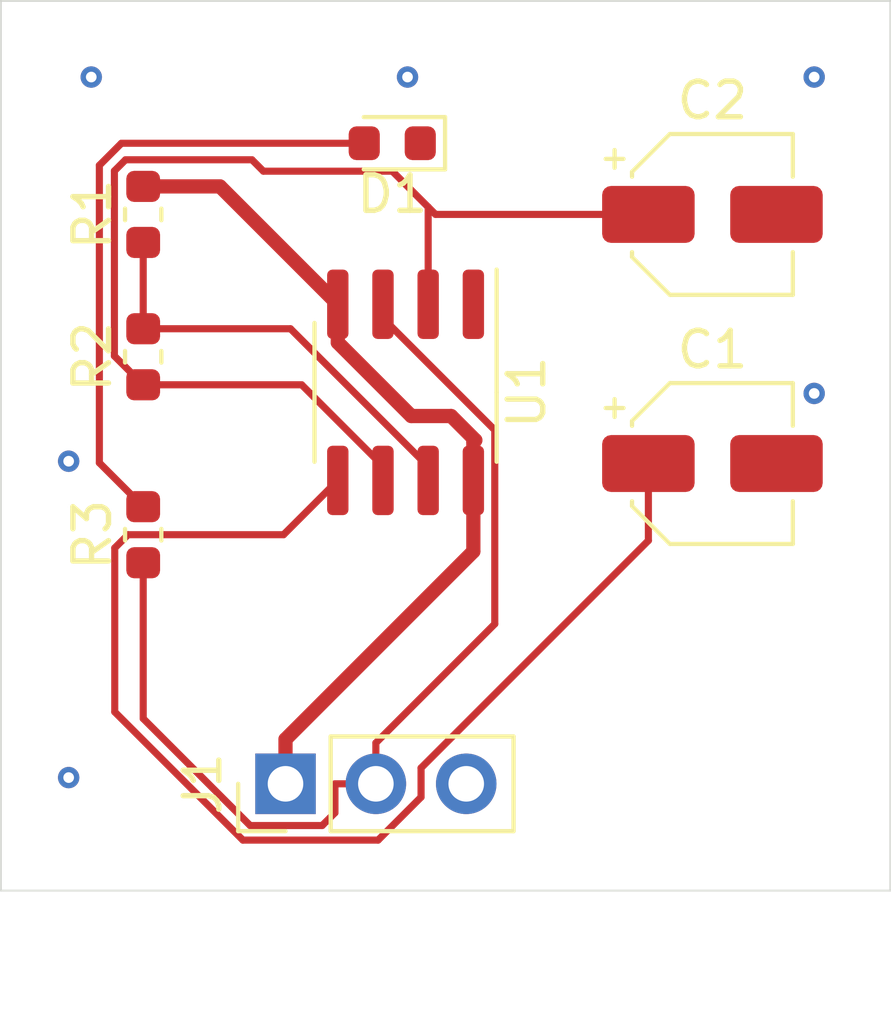
<source format=kicad_pcb>
(kicad_pcb (version 20171130) (host pcbnew "(5.1.2)-1")

  (general
    (thickness 1.6)
    (drawings 4)
    (tracks 62)
    (zones 0)
    (modules 9)
    (nets 8)
  )

  (page A4)
  (title_block
    (title Ltika)
    (rev 2)
    (company HamamatsuKougyou)
    (comment 1 Re:Make)
  )

  (layers
    (0 F.Cu signal)
    (31 B.Cu signal)
    (32 B.Adhes user)
    (33 F.Adhes user)
    (34 B.Paste user)
    (35 F.Paste user)
    (36 B.SilkS user)
    (37 F.SilkS user)
    (38 B.Mask user)
    (39 F.Mask user)
    (40 Dwgs.User user)
    (41 Cmts.User user)
    (42 Eco1.User user)
    (43 Eco2.User user)
    (44 Edge.Cuts user)
    (45 Margin user)
    (46 B.CrtYd user)
    (47 F.CrtYd user)
    (48 B.Fab user)
    (49 F.Fab user)
  )

  (setup
    (last_trace_width 0.2)
    (user_trace_width 0.2)
    (user_trace_width 0.4)
    (user_trace_width 0.6)
    (user_trace_width 0.8)
    (user_trace_width 1)
    (user_trace_width 1.2)
    (user_trace_width 1.6)
    (user_trace_width 2)
    (trace_clearance 0.2)
    (zone_clearance 0.508)
    (zone_45_only no)
    (trace_min 0.1524)
    (via_size 0.6)
    (via_drill 0.3)
    (via_min_size 0.5)
    (via_min_drill 0.2)
    (user_via 0.9 0.5)
    (user_via 1.2 0.8)
    (user_via 1.4 0.9)
    (user_via 1.5 1)
    (uvia_size 0.3)
    (uvia_drill 0.1)
    (uvias_allowed no)
    (uvia_min_size 0.2)
    (uvia_min_drill 0.1)
    (edge_width 0.05)
    (segment_width 0.2)
    (pcb_text_width 0.3)
    (pcb_text_size 1.5 1.5)
    (mod_edge_width 0.12)
    (mod_text_size 1 1)
    (mod_text_width 0.15)
    (pad_size 1.524 1.524)
    (pad_drill 0.762)
    (pad_to_mask_clearance 0.051)
    (solder_mask_min_width 0.25)
    (aux_axis_origin 66.04 160.655)
    (grid_origin 66.04 160.655)
    (visible_elements 7FFFFFFF)
    (pcbplotparams
      (layerselection 0x010fc_ffffffff)
      (usegerberextensions false)
      (usegerberattributes false)
      (usegerberadvancedattributes false)
      (creategerberjobfile false)
      (excludeedgelayer true)
      (linewidth 0.100000)
      (plotframeref false)
      (viasonmask false)
      (mode 1)
      (useauxorigin false)
      (hpglpennumber 1)
      (hpglpenspeed 20)
      (hpglpendiameter 15.000000)
      (psnegative false)
      (psa4output false)
      (plotreference true)
      (plotvalue true)
      (plotinvisibletext false)
      (padsonsilk false)
      (subtractmaskfromsilk false)
      (outputformat 1)
      (mirror false)
      (drillshape 1)
      (scaleselection 1)
      (outputdirectory ""))
  )

  (net 0 "")
  (net 1 "Net-(C1-Pad1)")
  (net 2 GND)
  (net 3 "Net-(C2-Pad1)")
  (net 4 "Net-(D1-Pad2)")
  (net 5 VCC)
  (net 6 /OUT)
  (net 7 "Net-(R1-Pad1)")

  (net_class Default "これはデフォルトのネット クラスです。"
    (clearance 0.2)
    (trace_width 0.2)
    (via_dia 0.6)
    (via_drill 0.3)
    (uvia_dia 0.3)
    (uvia_drill 0.1)
    (add_net /OUT)
    (add_net GND)
    (add_net "Net-(C1-Pad1)")
    (add_net "Net-(C2-Pad1)")
    (add_net "Net-(D1-Pad2)")
    (add_net "Net-(R1-Pad1)")
    (add_net VCC)
  )

  (module MountingHole:MountingHole_3.2mm_M3 locked (layer F.Cu) (tedit 56D1B4CB) (tstamp 60CB1991)
    (at 87.04 156.655)
    (descr "Mounting Hole 3.2mm, no annular, M3")
    (tags "mounting hole 3.2mm no annular m3")
    (attr virtual)
    (fp_text reference MH1 (at 0 -4.2) (layer F.SilkS) hide
      (effects (font (size 1 1) (thickness 0.15)))
    )
    (fp_text value MountingHole_3.2mm_M3 (at 0 4.2) (layer F.Fab) hide
      (effects (font (size 1 1) (thickness 0.15)))
    )
    (fp_circle (center 0 0) (end 3.45 0) (layer F.CrtYd) (width 0.05))
    (fp_circle (center 0 0) (end 3.2 0) (layer Cmts.User) (width 0.15))
    (fp_text user %R (at 0.3 0) (layer F.Fab) hide
      (effects (font (size 1 1) (thickness 0.15)))
    )
    (pad 1 np_thru_hole circle (at 0 0) (size 3.2 3.2) (drill 3.2) (layers *.Cu *.Mask))
  )

  (module Capacitor_SMD:CP_Elec_4x3 (layer F.Cu) (tedit 5BCA39CF) (tstamp 60CB1B5D)
    (at 86.04 148.655)
    (descr "SMD capacitor, aluminum electrolytic, Nichicon, 4.0x3mm")
    (tags "capacitor electrolytic")
    (path /60CAB532)
    (attr smd)
    (fp_text reference C1 (at 0 -3.2) (layer F.SilkS)
      (effects (font (size 1 1) (thickness 0.15)))
    )
    (fp_text value 0.1v (at 0 3.2) (layer F.Fab)
      (effects (font (size 1 1) (thickness 0.15)))
    )
    (fp_circle (center 0 0) (end 2 0) (layer F.Fab) (width 0.1))
    (fp_line (start 2.15 -2.15) (end 2.15 2.15) (layer F.Fab) (width 0.1))
    (fp_line (start -1.15 -2.15) (end 2.15 -2.15) (layer F.Fab) (width 0.1))
    (fp_line (start -1.15 2.15) (end 2.15 2.15) (layer F.Fab) (width 0.1))
    (fp_line (start -2.15 -1.15) (end -2.15 1.15) (layer F.Fab) (width 0.1))
    (fp_line (start -2.15 -1.15) (end -1.15 -2.15) (layer F.Fab) (width 0.1))
    (fp_line (start -2.15 1.15) (end -1.15 2.15) (layer F.Fab) (width 0.1))
    (fp_line (start -1.574773 -1) (end -1.174773 -1) (layer F.Fab) (width 0.1))
    (fp_line (start -1.374773 -1.2) (end -1.374773 -0.8) (layer F.Fab) (width 0.1))
    (fp_line (start 2.26 2.26) (end 2.26 1.06) (layer F.SilkS) (width 0.12))
    (fp_line (start 2.26 -2.26) (end 2.26 -1.06) (layer F.SilkS) (width 0.12))
    (fp_line (start -1.195563 -2.26) (end 2.26 -2.26) (layer F.SilkS) (width 0.12))
    (fp_line (start -1.195563 2.26) (end 2.26 2.26) (layer F.SilkS) (width 0.12))
    (fp_line (start -2.26 1.195563) (end -2.26 1.06) (layer F.SilkS) (width 0.12))
    (fp_line (start -2.26 -1.195563) (end -2.26 -1.06) (layer F.SilkS) (width 0.12))
    (fp_line (start -2.26 -1.195563) (end -1.195563 -2.26) (layer F.SilkS) (width 0.12))
    (fp_line (start -2.26 1.195563) (end -1.195563 2.26) (layer F.SilkS) (width 0.12))
    (fp_line (start -3 -1.56) (end -2.5 -1.56) (layer F.SilkS) (width 0.12))
    (fp_line (start -2.75 -1.81) (end -2.75 -1.31) (layer F.SilkS) (width 0.12))
    (fp_line (start 2.4 -2.4) (end 2.4 -1.05) (layer F.CrtYd) (width 0.05))
    (fp_line (start 2.4 -1.05) (end 3.35 -1.05) (layer F.CrtYd) (width 0.05))
    (fp_line (start 3.35 -1.05) (end 3.35 1.05) (layer F.CrtYd) (width 0.05))
    (fp_line (start 3.35 1.05) (end 2.4 1.05) (layer F.CrtYd) (width 0.05))
    (fp_line (start 2.4 1.05) (end 2.4 2.4) (layer F.CrtYd) (width 0.05))
    (fp_line (start -1.25 2.4) (end 2.4 2.4) (layer F.CrtYd) (width 0.05))
    (fp_line (start -1.25 -2.4) (end 2.4 -2.4) (layer F.CrtYd) (width 0.05))
    (fp_line (start -2.4 1.25) (end -1.25 2.4) (layer F.CrtYd) (width 0.05))
    (fp_line (start -2.4 -1.25) (end -1.25 -2.4) (layer F.CrtYd) (width 0.05))
    (fp_line (start -2.4 -1.25) (end -2.4 -1.05) (layer F.CrtYd) (width 0.05))
    (fp_line (start -2.4 1.05) (end -2.4 1.25) (layer F.CrtYd) (width 0.05))
    (fp_line (start -2.4 -1.05) (end -3.35 -1.05) (layer F.CrtYd) (width 0.05))
    (fp_line (start -3.35 -1.05) (end -3.35 1.05) (layer F.CrtYd) (width 0.05))
    (fp_line (start -3.35 1.05) (end -2.4 1.05) (layer F.CrtYd) (width 0.05))
    (fp_text user %R (at 0 0) (layer F.Fab)
      (effects (font (size 0.8 0.8) (thickness 0.12)))
    )
    (pad 1 smd roundrect (at -1.8 0) (size 2.6 1.6) (layers F.Cu F.Paste F.Mask) (roundrect_rratio 0.15625)
      (net 1 "Net-(C1-Pad1)"))
    (pad 2 smd roundrect (at 1.8 0) (size 2.6 1.6) (layers F.Cu F.Paste F.Mask) (roundrect_rratio 0.15625)
      (net 2 GND))
    (model ${KISYS3DMOD}/Capacitor_SMD.3dshapes/CP_Elec_4x3.wrl
      (at (xyz 0 0 0))
      (scale (xyz 1 1 1))
      (rotate (xyz 0 0 0))
    )
  )

  (module Capacitor_SMD:CP_Elec_4x3 (layer F.Cu) (tedit 5BCA39CF) (tstamp 60CB1B85)
    (at 86.04 141.655)
    (descr "SMD capacitor, aluminum electrolytic, Nichicon, 4.0x3mm")
    (tags "capacitor electrolytic")
    (path /60CABE79)
    (attr smd)
    (fp_text reference C2 (at 0 -3.2) (layer F.SilkS)
      (effects (font (size 1 1) (thickness 0.15)))
    )
    (fp_text value CP (at 0 3.2) (layer F.Fab)
      (effects (font (size 1 1) (thickness 0.15)))
    )
    (fp_text user %R (at 0 0) (layer F.Fab)
      (effects (font (size 0.8 0.8) (thickness 0.12)))
    )
    (fp_line (start -3.35 1.05) (end -2.4 1.05) (layer F.CrtYd) (width 0.05))
    (fp_line (start -3.35 -1.05) (end -3.35 1.05) (layer F.CrtYd) (width 0.05))
    (fp_line (start -2.4 -1.05) (end -3.35 -1.05) (layer F.CrtYd) (width 0.05))
    (fp_line (start -2.4 1.05) (end -2.4 1.25) (layer F.CrtYd) (width 0.05))
    (fp_line (start -2.4 -1.25) (end -2.4 -1.05) (layer F.CrtYd) (width 0.05))
    (fp_line (start -2.4 -1.25) (end -1.25 -2.4) (layer F.CrtYd) (width 0.05))
    (fp_line (start -2.4 1.25) (end -1.25 2.4) (layer F.CrtYd) (width 0.05))
    (fp_line (start -1.25 -2.4) (end 2.4 -2.4) (layer F.CrtYd) (width 0.05))
    (fp_line (start -1.25 2.4) (end 2.4 2.4) (layer F.CrtYd) (width 0.05))
    (fp_line (start 2.4 1.05) (end 2.4 2.4) (layer F.CrtYd) (width 0.05))
    (fp_line (start 3.35 1.05) (end 2.4 1.05) (layer F.CrtYd) (width 0.05))
    (fp_line (start 3.35 -1.05) (end 3.35 1.05) (layer F.CrtYd) (width 0.05))
    (fp_line (start 2.4 -1.05) (end 3.35 -1.05) (layer F.CrtYd) (width 0.05))
    (fp_line (start 2.4 -2.4) (end 2.4 -1.05) (layer F.CrtYd) (width 0.05))
    (fp_line (start -2.75 -1.81) (end -2.75 -1.31) (layer F.SilkS) (width 0.12))
    (fp_line (start -3 -1.56) (end -2.5 -1.56) (layer F.SilkS) (width 0.12))
    (fp_line (start -2.26 1.195563) (end -1.195563 2.26) (layer F.SilkS) (width 0.12))
    (fp_line (start -2.26 -1.195563) (end -1.195563 -2.26) (layer F.SilkS) (width 0.12))
    (fp_line (start -2.26 -1.195563) (end -2.26 -1.06) (layer F.SilkS) (width 0.12))
    (fp_line (start -2.26 1.195563) (end -2.26 1.06) (layer F.SilkS) (width 0.12))
    (fp_line (start -1.195563 2.26) (end 2.26 2.26) (layer F.SilkS) (width 0.12))
    (fp_line (start -1.195563 -2.26) (end 2.26 -2.26) (layer F.SilkS) (width 0.12))
    (fp_line (start 2.26 -2.26) (end 2.26 -1.06) (layer F.SilkS) (width 0.12))
    (fp_line (start 2.26 2.26) (end 2.26 1.06) (layer F.SilkS) (width 0.12))
    (fp_line (start -1.374773 -1.2) (end -1.374773 -0.8) (layer F.Fab) (width 0.1))
    (fp_line (start -1.574773 -1) (end -1.174773 -1) (layer F.Fab) (width 0.1))
    (fp_line (start -2.15 1.15) (end -1.15 2.15) (layer F.Fab) (width 0.1))
    (fp_line (start -2.15 -1.15) (end -1.15 -2.15) (layer F.Fab) (width 0.1))
    (fp_line (start -2.15 -1.15) (end -2.15 1.15) (layer F.Fab) (width 0.1))
    (fp_line (start -1.15 2.15) (end 2.15 2.15) (layer F.Fab) (width 0.1))
    (fp_line (start -1.15 -2.15) (end 2.15 -2.15) (layer F.Fab) (width 0.1))
    (fp_line (start 2.15 -2.15) (end 2.15 2.15) (layer F.Fab) (width 0.1))
    (fp_circle (center 0 0) (end 2 0) (layer F.Fab) (width 0.1))
    (pad 2 smd roundrect (at 1.8 0) (size 2.6 1.6) (layers F.Cu F.Paste F.Mask) (roundrect_rratio 0.15625)
      (net 2 GND))
    (pad 1 smd roundrect (at -1.8 0) (size 2.6 1.6) (layers F.Cu F.Paste F.Mask) (roundrect_rratio 0.15625)
      (net 3 "Net-(C2-Pad1)"))
    (model ${KISYS3DMOD}/Capacitor_SMD.3dshapes/CP_Elec_4x3.wrl
      (at (xyz 0 0 0))
      (scale (xyz 1 1 1))
      (rotate (xyz 0 0 0))
    )
  )

  (module LED_SMD:LED_0603_1608Metric (layer F.Cu) (tedit 5B301BBE) (tstamp 60CB1B98)
    (at 77.04 139.655 180)
    (descr "LED SMD 0603 (1608 Metric), square (rectangular) end terminal, IPC_7351 nominal, (Body size source: http://www.tortai-tech.com/upload/download/2011102023233369053.pdf), generated with kicad-footprint-generator")
    (tags diode)
    (path /60CAD3FA)
    (attr smd)
    (fp_text reference D1 (at 0 -1.43) (layer F.SilkS)
      (effects (font (size 1 1) (thickness 0.15)))
    )
    (fp_text value LED (at 0 1.43) (layer F.Fab)
      (effects (font (size 1 1) (thickness 0.15)))
    )
    (fp_line (start 0.8 -0.4) (end -0.5 -0.4) (layer F.Fab) (width 0.1))
    (fp_line (start -0.5 -0.4) (end -0.8 -0.1) (layer F.Fab) (width 0.1))
    (fp_line (start -0.8 -0.1) (end -0.8 0.4) (layer F.Fab) (width 0.1))
    (fp_line (start -0.8 0.4) (end 0.8 0.4) (layer F.Fab) (width 0.1))
    (fp_line (start 0.8 0.4) (end 0.8 -0.4) (layer F.Fab) (width 0.1))
    (fp_line (start 0.8 -0.735) (end -1.485 -0.735) (layer F.SilkS) (width 0.12))
    (fp_line (start -1.485 -0.735) (end -1.485 0.735) (layer F.SilkS) (width 0.12))
    (fp_line (start -1.485 0.735) (end 0.8 0.735) (layer F.SilkS) (width 0.12))
    (fp_line (start -1.48 0.73) (end -1.48 -0.73) (layer F.CrtYd) (width 0.05))
    (fp_line (start -1.48 -0.73) (end 1.48 -0.73) (layer F.CrtYd) (width 0.05))
    (fp_line (start 1.48 -0.73) (end 1.48 0.73) (layer F.CrtYd) (width 0.05))
    (fp_line (start 1.48 0.73) (end -1.48 0.73) (layer F.CrtYd) (width 0.05))
    (fp_text user %R (at 0 0) (layer F.Fab)
      (effects (font (size 0.4 0.4) (thickness 0.06)))
    )
    (pad 1 smd roundrect (at -0.7875 0 180) (size 0.875 0.95) (layers F.Cu F.Paste F.Mask) (roundrect_rratio 0.25)
      (net 2 GND))
    (pad 2 smd roundrect (at 0.7875 0 180) (size 0.875 0.95) (layers F.Cu F.Paste F.Mask) (roundrect_rratio 0.25)
      (net 4 "Net-(D1-Pad2)"))
    (model ${KISYS3DMOD}/LED_SMD.3dshapes/LED_0603_1608Metric.wrl
      (at (xyz 0 0 0))
      (scale (xyz 1 1 1))
      (rotate (xyz 0 0 0))
    )
  )

  (module Connector_PinHeader_2.54mm:PinHeader_1x03_P2.54mm_Vertical (layer F.Cu) (tedit 59FED5CC) (tstamp 60CB1BAF)
    (at 74.04 157.655 90)
    (descr "Through hole straight pin header, 1x03, 2.54mm pitch, single row")
    (tags "Through hole pin header THT 1x03 2.54mm single row")
    (path /60CADA4A)
    (fp_text reference J1 (at 0 -2.33 90) (layer F.SilkS)
      (effects (font (size 1 1) (thickness 0.15)))
    )
    (fp_text value Conn_01x03_Male (at 0 7.41 90) (layer F.Fab)
      (effects (font (size 1 1) (thickness 0.15)))
    )
    (fp_line (start -0.635 -1.27) (end 1.27 -1.27) (layer F.Fab) (width 0.1))
    (fp_line (start 1.27 -1.27) (end 1.27 6.35) (layer F.Fab) (width 0.1))
    (fp_line (start 1.27 6.35) (end -1.27 6.35) (layer F.Fab) (width 0.1))
    (fp_line (start -1.27 6.35) (end -1.27 -0.635) (layer F.Fab) (width 0.1))
    (fp_line (start -1.27 -0.635) (end -0.635 -1.27) (layer F.Fab) (width 0.1))
    (fp_line (start -1.33 6.41) (end 1.33 6.41) (layer F.SilkS) (width 0.12))
    (fp_line (start -1.33 1.27) (end -1.33 6.41) (layer F.SilkS) (width 0.12))
    (fp_line (start 1.33 1.27) (end 1.33 6.41) (layer F.SilkS) (width 0.12))
    (fp_line (start -1.33 1.27) (end 1.33 1.27) (layer F.SilkS) (width 0.12))
    (fp_line (start -1.33 0) (end -1.33 -1.33) (layer F.SilkS) (width 0.12))
    (fp_line (start -1.33 -1.33) (end 0 -1.33) (layer F.SilkS) (width 0.12))
    (fp_line (start -1.8 -1.8) (end -1.8 6.85) (layer F.CrtYd) (width 0.05))
    (fp_line (start -1.8 6.85) (end 1.8 6.85) (layer F.CrtYd) (width 0.05))
    (fp_line (start 1.8 6.85) (end 1.8 -1.8) (layer F.CrtYd) (width 0.05))
    (fp_line (start 1.8 -1.8) (end -1.8 -1.8) (layer F.CrtYd) (width 0.05))
    (fp_text user %R (at 0 2.54) (layer F.Fab)
      (effects (font (size 1 1) (thickness 0.15)))
    )
    (pad 1 thru_hole rect (at 0 0 90) (size 1.7 1.7) (drill 1) (layers *.Cu *.Mask)
      (net 5 VCC))
    (pad 2 thru_hole oval (at 0 2.54 90) (size 1.7 1.7) (drill 1) (layers *.Cu *.Mask)
      (net 6 /OUT))
    (pad 3 thru_hole oval (at 0 5.08 90) (size 1.7 1.7) (drill 1) (layers *.Cu *.Mask)
      (net 2 GND))
    (model ${KISYS3DMOD}/Connector_PinHeader_2.54mm.3dshapes/PinHeader_1x03_P2.54mm_Vertical.wrl
      (at (xyz 0 0 0))
      (scale (xyz 1 1 1))
      (rotate (xyz 0 0 0))
    )
  )

  (module Resistor_SMD:R_0603_1608Metric (layer F.Cu) (tedit 5B301BBD) (tstamp 60CB1BC0)
    (at 70.04 141.655 90)
    (descr "Resistor SMD 0603 (1608 Metric), square (rectangular) end terminal, IPC_7351 nominal, (Body size source: http://www.tortai-tech.com/upload/download/2011102023233369053.pdf), generated with kicad-footprint-generator")
    (tags resistor)
    (path /60CAD0CA)
    (attr smd)
    (fp_text reference R1 (at 0 -1.43 90) (layer F.SilkS)
      (effects (font (size 1 1) (thickness 0.15)))
    )
    (fp_text value 330 (at 0 1.43 90) (layer F.Fab)
      (effects (font (size 1 1) (thickness 0.15)))
    )
    (fp_line (start -0.8 0.4) (end -0.8 -0.4) (layer F.Fab) (width 0.1))
    (fp_line (start -0.8 -0.4) (end 0.8 -0.4) (layer F.Fab) (width 0.1))
    (fp_line (start 0.8 -0.4) (end 0.8 0.4) (layer F.Fab) (width 0.1))
    (fp_line (start 0.8 0.4) (end -0.8 0.4) (layer F.Fab) (width 0.1))
    (fp_line (start -0.162779 -0.51) (end 0.162779 -0.51) (layer F.SilkS) (width 0.12))
    (fp_line (start -0.162779 0.51) (end 0.162779 0.51) (layer F.SilkS) (width 0.12))
    (fp_line (start -1.48 0.73) (end -1.48 -0.73) (layer F.CrtYd) (width 0.05))
    (fp_line (start -1.48 -0.73) (end 1.48 -0.73) (layer F.CrtYd) (width 0.05))
    (fp_line (start 1.48 -0.73) (end 1.48 0.73) (layer F.CrtYd) (width 0.05))
    (fp_line (start 1.48 0.73) (end -1.48 0.73) (layer F.CrtYd) (width 0.05))
    (fp_text user %R (at 0 0 90) (layer F.Fab)
      (effects (font (size 0.4 0.4) (thickness 0.06)))
    )
    (pad 1 smd roundrect (at -0.7875 0 90) (size 0.875 0.95) (layers F.Cu F.Paste F.Mask) (roundrect_rratio 0.25)
      (net 7 "Net-(R1-Pad1)"))
    (pad 2 smd roundrect (at 0.7875 0 90) (size 0.875 0.95) (layers F.Cu F.Paste F.Mask) (roundrect_rratio 0.25)
      (net 5 VCC))
    (model ${KISYS3DMOD}/Resistor_SMD.3dshapes/R_0603_1608Metric.wrl
      (at (xyz 0 0 0))
      (scale (xyz 1 1 1))
      (rotate (xyz 0 0 0))
    )
  )

  (module Resistor_SMD:R_0603_1608Metric (layer F.Cu) (tedit 5B301BBD) (tstamp 60CB1BD1)
    (at 70.04 145.655 90)
    (descr "Resistor SMD 0603 (1608 Metric), square (rectangular) end terminal, IPC_7351 nominal, (Body size source: http://www.tortai-tech.com/upload/download/2011102023233369053.pdf), generated with kicad-footprint-generator")
    (tags resistor)
    (path /60CAC698)
    (attr smd)
    (fp_text reference R2 (at 0 -1.43 90) (layer F.SilkS)
      (effects (font (size 1 1) (thickness 0.15)))
    )
    (fp_text value 47K (at 0 1.43 90) (layer F.Fab)
      (effects (font (size 1 1) (thickness 0.15)))
    )
    (fp_line (start -0.8 0.4) (end -0.8 -0.4) (layer F.Fab) (width 0.1))
    (fp_line (start -0.8 -0.4) (end 0.8 -0.4) (layer F.Fab) (width 0.1))
    (fp_line (start 0.8 -0.4) (end 0.8 0.4) (layer F.Fab) (width 0.1))
    (fp_line (start 0.8 0.4) (end -0.8 0.4) (layer F.Fab) (width 0.1))
    (fp_line (start -0.162779 -0.51) (end 0.162779 -0.51) (layer F.SilkS) (width 0.12))
    (fp_line (start -0.162779 0.51) (end 0.162779 0.51) (layer F.SilkS) (width 0.12))
    (fp_line (start -1.48 0.73) (end -1.48 -0.73) (layer F.CrtYd) (width 0.05))
    (fp_line (start -1.48 -0.73) (end 1.48 -0.73) (layer F.CrtYd) (width 0.05))
    (fp_line (start 1.48 -0.73) (end 1.48 0.73) (layer F.CrtYd) (width 0.05))
    (fp_line (start 1.48 0.73) (end -1.48 0.73) (layer F.CrtYd) (width 0.05))
    (fp_text user %R (at 0 0 90) (layer F.Fab)
      (effects (font (size 0.4 0.4) (thickness 0.06)))
    )
    (pad 1 smd roundrect (at -0.7875 0 90) (size 0.875 0.95) (layers F.Cu F.Paste F.Mask) (roundrect_rratio 0.25)
      (net 3 "Net-(C2-Pad1)"))
    (pad 2 smd roundrect (at 0.7875 0 90) (size 0.875 0.95) (layers F.Cu F.Paste F.Mask) (roundrect_rratio 0.25)
      (net 7 "Net-(R1-Pad1)"))
    (model ${KISYS3DMOD}/Resistor_SMD.3dshapes/R_0603_1608Metric.wrl
      (at (xyz 0 0 0))
      (scale (xyz 1 1 1))
      (rotate (xyz 0 0 0))
    )
  )

  (module Resistor_SMD:R_0603_1608Metric (layer F.Cu) (tedit 5B301BBD) (tstamp 60CB1BE2)
    (at 70.04 150.655 90)
    (descr "Resistor SMD 0603 (1608 Metric), square (rectangular) end terminal, IPC_7351 nominal, (Body size source: http://www.tortai-tech.com/upload/download/2011102023233369053.pdf), generated with kicad-footprint-generator")
    (tags resistor)
    (path /60CACE19)
    (attr smd)
    (fp_text reference R3 (at 0 -1.43 90) (layer F.SilkS)
      (effects (font (size 1 1) (thickness 0.15)))
    )
    (fp_text value 330 (at 0 1.43 90) (layer F.Fab)
      (effects (font (size 1 1) (thickness 0.15)))
    )
    (fp_text user %R (at 0 0 90) (layer F.Fab)
      (effects (font (size 0.4 0.4) (thickness 0.06)))
    )
    (fp_line (start 1.48 0.73) (end -1.48 0.73) (layer F.CrtYd) (width 0.05))
    (fp_line (start 1.48 -0.73) (end 1.48 0.73) (layer F.CrtYd) (width 0.05))
    (fp_line (start -1.48 -0.73) (end 1.48 -0.73) (layer F.CrtYd) (width 0.05))
    (fp_line (start -1.48 0.73) (end -1.48 -0.73) (layer F.CrtYd) (width 0.05))
    (fp_line (start -0.162779 0.51) (end 0.162779 0.51) (layer F.SilkS) (width 0.12))
    (fp_line (start -0.162779 -0.51) (end 0.162779 -0.51) (layer F.SilkS) (width 0.12))
    (fp_line (start 0.8 0.4) (end -0.8 0.4) (layer F.Fab) (width 0.1))
    (fp_line (start 0.8 -0.4) (end 0.8 0.4) (layer F.Fab) (width 0.1))
    (fp_line (start -0.8 -0.4) (end 0.8 -0.4) (layer F.Fab) (width 0.1))
    (fp_line (start -0.8 0.4) (end -0.8 -0.4) (layer F.Fab) (width 0.1))
    (pad 2 smd roundrect (at 0.7875 0 90) (size 0.875 0.95) (layers F.Cu F.Paste F.Mask) (roundrect_rratio 0.25)
      (net 4 "Net-(D1-Pad2)"))
    (pad 1 smd roundrect (at -0.7875 0 90) (size 0.875 0.95) (layers F.Cu F.Paste F.Mask) (roundrect_rratio 0.25)
      (net 6 /OUT))
    (model ${KISYS3DMOD}/Resistor_SMD.3dshapes/R_0603_1608Metric.wrl
      (at (xyz 0 0 0))
      (scale (xyz 1 1 1))
      (rotate (xyz 0 0 0))
    )
  )

  (module Package_SO:SOIC-8_3.9x4.9mm_P1.27mm (layer F.Cu) (tedit 5D9F72B1) (tstamp 60CB1BFC)
    (at 77.415 146.655 270)
    (descr "SOIC, 8 Pin (JEDEC MS-012AA, https://www.analog.com/media/en/package-pcb-resources/package/pkg_pdf/soic_narrow-r/r_8.pdf), generated with kicad-footprint-generator ipc_gullwing_generator.py")
    (tags "SOIC SO")
    (path /60CCAD59)
    (attr smd)
    (fp_text reference U1 (at 0 -3.4 90) (layer F.SilkS)
      (effects (font (size 1 1) (thickness 0.15)))
    )
    (fp_text value LM555 (at 0 3.4 90) (layer F.Fab)
      (effects (font (size 1 1) (thickness 0.15)))
    )
    (fp_line (start 0 2.56) (end 1.95 2.56) (layer F.SilkS) (width 0.12))
    (fp_line (start 0 2.56) (end -1.95 2.56) (layer F.SilkS) (width 0.12))
    (fp_line (start 0 -2.56) (end 1.95 -2.56) (layer F.SilkS) (width 0.12))
    (fp_line (start 0 -2.56) (end -3.45 -2.56) (layer F.SilkS) (width 0.12))
    (fp_line (start -0.975 -2.45) (end 1.95 -2.45) (layer F.Fab) (width 0.1))
    (fp_line (start 1.95 -2.45) (end 1.95 2.45) (layer F.Fab) (width 0.1))
    (fp_line (start 1.95 2.45) (end -1.95 2.45) (layer F.Fab) (width 0.1))
    (fp_line (start -1.95 2.45) (end -1.95 -1.475) (layer F.Fab) (width 0.1))
    (fp_line (start -1.95 -1.475) (end -0.975 -2.45) (layer F.Fab) (width 0.1))
    (fp_line (start -3.7 -2.7) (end -3.7 2.7) (layer F.CrtYd) (width 0.05))
    (fp_line (start -3.7 2.7) (end 3.7 2.7) (layer F.CrtYd) (width 0.05))
    (fp_line (start 3.7 2.7) (end 3.7 -2.7) (layer F.CrtYd) (width 0.05))
    (fp_line (start 3.7 -2.7) (end -3.7 -2.7) (layer F.CrtYd) (width 0.05))
    (fp_text user %R (at 0 0 90) (layer F.Fab)
      (effects (font (size 0.98 0.98) (thickness 0.15)))
    )
    (pad 1 smd roundrect (at -2.475 -1.905 270) (size 1.95 0.6) (layers F.Cu F.Paste F.Mask) (roundrect_rratio 0.25)
      (net 2 GND))
    (pad 2 smd roundrect (at -2.475 -0.635 270) (size 1.95 0.6) (layers F.Cu F.Paste F.Mask) (roundrect_rratio 0.25)
      (net 3 "Net-(C2-Pad1)"))
    (pad 3 smd roundrect (at -2.475 0.635 270) (size 1.95 0.6) (layers F.Cu F.Paste F.Mask) (roundrect_rratio 0.25)
      (net 6 /OUT))
    (pad 4 smd roundrect (at -2.475 1.905 270) (size 1.95 0.6) (layers F.Cu F.Paste F.Mask) (roundrect_rratio 0.25)
      (net 5 VCC))
    (pad 5 smd roundrect (at 2.475 1.905 270) (size 1.95 0.6) (layers F.Cu F.Paste F.Mask) (roundrect_rratio 0.25)
      (net 1 "Net-(C1-Pad1)"))
    (pad 6 smd roundrect (at 2.475 0.635 270) (size 1.95 0.6) (layers F.Cu F.Paste F.Mask) (roundrect_rratio 0.25)
      (net 3 "Net-(C2-Pad1)"))
    (pad 7 smd roundrect (at 2.475 -0.635 270) (size 1.95 0.6) (layers F.Cu F.Paste F.Mask) (roundrect_rratio 0.25)
      (net 7 "Net-(R1-Pad1)"))
    (pad 8 smd roundrect (at 2.475 -1.905 270) (size 1.95 0.6) (layers F.Cu F.Paste F.Mask) (roundrect_rratio 0.25)
      (net 5 VCC))
    (model ${KISYS3DMOD}/Package_SO.3dshapes/SOIC-8_3.9x4.9mm_P1.27mm.wrl
      (at (xyz 0 0 0))
      (scale (xyz 1 1 1))
      (rotate (xyz 0 0 0))
    )
  )

  (gr_line (start 66.04 135.655) (end 66.04 160.655) (layer Edge.Cuts) (width 0.05) (tstamp 60CB174C))
  (gr_line (start 91.04 135.655) (end 66.04 135.655) (layer Edge.Cuts) (width 0.05))
  (gr_line (start 91.04 160.655) (end 91.04 135.655) (layer Edge.Cuts) (width 0.05))
  (gr_line (start 66.04 160.655) (end 91.04 160.655) (layer Edge.Cuts) (width 0.05))

  (segment (start 75.51 149.13) (end 73.985 150.655) (width 0.2) (layer F.Cu) (net 1) (status 10))
  (segment (start 73.985 150.655) (end 69.613 150.655) (width 0.2) (layer F.Cu) (net 1))
  (segment (start 69.613 150.655) (end 69.2406 151.0274) (width 0.2) (layer F.Cu) (net 1))
  (segment (start 69.2406 151.0274) (end 69.2406 155.6354) (width 0.2) (layer F.Cu) (net 1))
  (segment (start 69.2406 155.6354) (end 72.8421 159.2369) (width 0.2) (layer F.Cu) (net 1))
  (segment (start 72.8421 159.2369) (end 76.6429 159.2369) (width 0.2) (layer F.Cu) (net 1))
  (segment (start 76.6429 159.2369) (end 77.85 158.0298) (width 0.2) (layer F.Cu) (net 1))
  (segment (start 77.85 158.0298) (end 77.85 157.2094) (width 0.2) (layer F.Cu) (net 1))
  (segment (start 77.85 157.2094) (end 84.24 150.8194) (width 0.2) (layer F.Cu) (net 1))
  (segment (start 84.24 150.8194) (end 84.24 148.655) (width 0.2) (layer F.Cu) (net 1) (status 20))
  (segment (start 87.84 148.935) (end 87.84 148.655) (width 0.4) (layer F.Cu) (net 2) (status 30))
  (via (at 68.58 137.795) (size 0.6) (drill 0.3) (layers F.Cu B.Cu) (net 2))
  (via (at 67.945 148.59) (size 0.6) (drill 0.3) (layers F.Cu B.Cu) (net 2))
  (via (at 67.945 157.48) (size 0.6) (drill 0.3) (layers F.Cu B.Cu) (net 2))
  (via (at 77.47 137.795) (size 0.6) (drill 0.3) (layers F.Cu B.Cu) (net 2))
  (via (at 88.9 137.795) (size 0.6) (drill 0.3) (layers F.Cu B.Cu) (net 2))
  (via (at 88.9 146.685) (size 0.6) (drill 0.3) (layers F.Cu B.Cu) (net 2))
  (segment (start 78.05 144.18) (end 78.05 141.4482) (width 0.2) (layer F.Cu) (net 3) (status 10))
  (segment (start 78.05 141.4482) (end 77.0424 140.4406) (width 0.2) (layer F.Cu) (net 3))
  (segment (start 77.0424 140.4406) (end 73.4185 140.4406) (width 0.2) (layer F.Cu) (net 3))
  (segment (start 73.4185 140.4406) (end 73.0981 140.1202) (width 0.2) (layer F.Cu) (net 3))
  (segment (start 73.0981 140.1202) (end 69.5429 140.1202) (width 0.2) (layer F.Cu) (net 3))
  (segment (start 69.5429 140.1202) (end 69.2307 140.4324) (width 0.2) (layer F.Cu) (net 3))
  (segment (start 69.2307 140.4324) (end 69.2307 145.6332) (width 0.2) (layer F.Cu) (net 3))
  (segment (start 69.2307 145.6332) (end 70.04 146.4425) (width 0.2) (layer F.Cu) (net 3) (status 20))
  (segment (start 76.78 149.13) (end 76.78 148.7278) (width 0.2) (layer F.Cu) (net 3) (status 30))
  (segment (start 76.78 148.7278) (end 74.4947 146.4425) (width 0.2) (layer F.Cu) (net 3) (status 10))
  (segment (start 74.4947 146.4425) (end 70.04 146.4425) (width 0.2) (layer F.Cu) (net 3) (status 20))
  (segment (start 78.2568 141.655) (end 84.24 141.655) (width 0.2) (layer F.Cu) (net 3) (status 20))
  (segment (start 78.05 141.4482) (end 78.2568 141.655) (width 0.2) (layer F.Cu) (net 3))
  (segment (start 70.04 149.8675) (end 68.808 148.6355) (width 0.2) (layer F.Cu) (net 4) (status 10))
  (segment (start 68.808 148.6355) (end 68.808 140.2757) (width 0.2) (layer F.Cu) (net 4))
  (segment (start 68.808 140.2757) (end 69.4287 139.655) (width 0.2) (layer F.Cu) (net 4))
  (segment (start 69.4287 139.655) (end 76.2525 139.655) (width 0.2) (layer F.Cu) (net 4) (status 20))
  (segment (start 70.0405 140.868) (end 70.04 140.8675) (width 0.2) (layer F.Cu) (net 5) (status 30))
  (segment (start 70.0405 140.868) (end 72.1975 140.868) (width 0.4) (layer F.Cu) (net 5) (status 10))
  (segment (start 72.1975 140.868) (end 75.51 144.18) (width 0.4) (layer F.Cu) (net 5) (status 20))
  (segment (start 70.04 140.868) (end 70.0405 140.868) (width 0.4) (layer F.Cu) (net 5) (status 30))
  (segment (start 79.32 149.13) (end 79.32 148.055) (width 0.4) (layer F.Cu) (net 5) (status 10))
  (segment (start 79.32 148.055) (end 79.375 148) (width 0.4) (layer F.Cu) (net 5))
  (segment (start 79.375 148) (end 78.695 147.32) (width 0.4) (layer F.Cu) (net 5))
  (segment (start 78.695 147.32) (end 77.575 147.32) (width 0.4) (layer F.Cu) (net 5))
  (segment (start 77.575 147.32) (end 75.51 145.255) (width 0.4) (layer F.Cu) (net 5))
  (segment (start 75.51 145.255) (end 75.51 144.18) (width 0.4) (layer F.Cu) (net 5) (status 20))
  (segment (start 74.04 157.655) (end 74.04 156.405) (width 0.4) (layer F.Cu) (net 5) (status 10))
  (segment (start 74.04 156.405) (end 79.32 151.125) (width 0.4) (layer F.Cu) (net 5))
  (segment (start 79.32 151.125) (end 79.32 149.13) (width 0.4) (layer F.Cu) (net 5) (status 20))
  (segment (start 76.58 157.655) (end 75.4297 157.655) (width 0.2) (layer F.Cu) (net 6) (status 10))
  (segment (start 70.04 151.4425) (end 70.04 155.8211) (width 0.2) (layer F.Cu) (net 6) (status 10))
  (segment (start 70.04 155.8211) (end 73.0462 158.8273) (width 0.2) (layer F.Cu) (net 6))
  (segment (start 73.0462 158.8273) (end 75.0709 158.8273) (width 0.2) (layer F.Cu) (net 6))
  (segment (start 75.0709 158.8273) (end 75.4297 158.4685) (width 0.2) (layer F.Cu) (net 6))
  (segment (start 75.4297 158.4685) (end 75.4297 157.655) (width 0.2) (layer F.Cu) (net 6))
  (segment (start 76.58 157.655) (end 76.58 156.5047) (width 0.2) (layer F.Cu) (net 6) (status 10))
  (segment (start 76.78 144.18) (end 76.78 144.5729) (width 0.2) (layer F.Cu) (net 6) (status 30))
  (segment (start 76.78 144.5729) (end 79.9224 147.7153) (width 0.2) (layer F.Cu) (net 6) (status 10))
  (segment (start 79.9224 147.7153) (end 79.9224 153.1623) (width 0.2) (layer F.Cu) (net 6))
  (segment (start 79.9224 153.1623) (end 76.58 156.5047) (width 0.2) (layer F.Cu) (net 6))
  (segment (start 70.04 144.8675) (end 70.04 142.4425) (width 0.2) (layer F.Cu) (net 7) (status 30))
  (segment (start 78.05 149.13) (end 78.05 148.7379) (width 0.2) (layer F.Cu) (net 7) (status 30))
  (segment (start 78.05 148.7379) (end 74.1796 144.8675) (width 0.2) (layer F.Cu) (net 7) (status 10))
  (segment (start 74.1796 144.8675) (end 70.04 144.8675) (width 0.2) (layer F.Cu) (net 7) (status 20))

  (zone (net 2) (net_name GND) (layer F.Cu) (tstamp 0) (hatch edge 0.508)
    (connect_pads (clearance 0.35))
    (min_thickness 0.254)
    (fill (arc_segments 32) (thermal_gap 0.508) (thermal_bridge_width 0.508))
    (polygon
      (pts
        (xy 90.54 160.155) (xy 66.54 160.155) (xy 66.54 136.155) (xy 90.54 136.155)
      )
    )
  )
  (zone (net 2) (net_name GND) (layer B.Cu) (tstamp 0) (hatch edge 0.508)
    (connect_pads (clearance 0.35))
    (min_thickness 0.254)
    (fill (arc_segments 32) (thermal_gap 0.508) (thermal_bridge_width 0.508))
    (polygon
      (pts
        (xy 90.54 160.155) (xy 66.54 160.155) (xy 66.54 136.155) (xy 90.54 136.155)
      )
    )
  )
)

</source>
